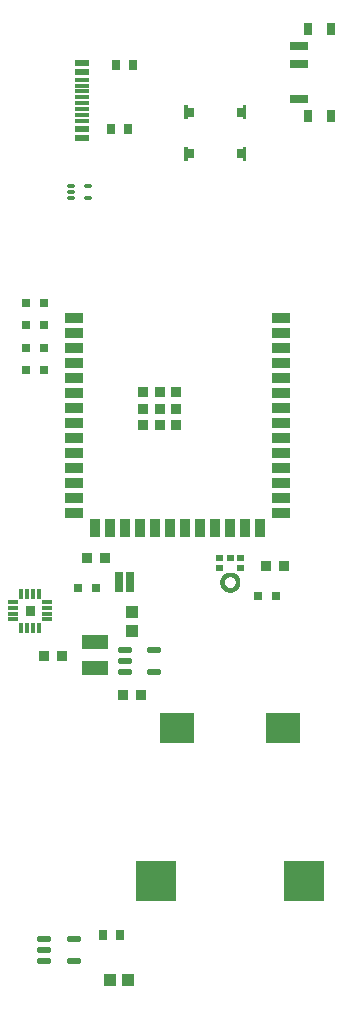
<source format=gbr>
%TF.GenerationSoftware,KiCad,Pcbnew,9.0.2*%
%TF.CreationDate,2025-07-20T12:07:01-04:00*%
%TF.ProjectId,Glasses_V0.1,476c6173-7365-4735-9f56-302e312e6b69,rev?*%
%TF.SameCoordinates,Original*%
%TF.FileFunction,Paste,Top*%
%TF.FilePolarity,Positive*%
%FSLAX46Y46*%
G04 Gerber Fmt 4.6, Leading zero omitted, Abs format (unit mm)*
G04 Created by KiCad (PCBNEW 9.0.2) date 2025-07-20 12:07:01*
%MOMM*%
%LPD*%
G01*
G04 APERTURE LIST*
G04 Aperture macros list*
%AMRoundRect*
0 Rectangle with rounded corners*
0 $1 Rounding radius*
0 $2 $3 $4 $5 $6 $7 $8 $9 X,Y pos of 4 corners*
0 Add a 4 corners polygon primitive as box body*
4,1,4,$2,$3,$4,$5,$6,$7,$8,$9,$2,$3,0*
0 Add four circle primitives for the rounded corners*
1,1,$1+$1,$2,$3*
1,1,$1+$1,$4,$5*
1,1,$1+$1,$6,$7*
1,1,$1+$1,$8,$9*
0 Add four rect primitives between the rounded corners*
20,1,$1+$1,$2,$3,$4,$5,0*
20,1,$1+$1,$4,$5,$6,$7,0*
20,1,$1+$1,$6,$7,$8,$9,0*
20,1,$1+$1,$8,$9,$2,$3,0*%
G04 Aperture macros list end*
%ADD10C,0.010000*%
%ADD11C,0.001000*%
%ADD12RoundRect,0.037500X-0.292500X-0.112500X0.292500X-0.112500X0.292500X0.112500X-0.292500X0.112500X0*%
%ADD13R,0.960000X0.970000*%
%ADD14R,0.870000X0.930000*%
%ADD15R,0.800000X0.800000*%
%ADD16R,0.650000X0.900000*%
%ADD17R,2.220000X1.240000*%
%ADD18R,0.710000X1.730000*%
%ADD19RoundRect,0.113750X-0.341250X-0.351250X0.341250X-0.351250X0.341250X0.351250X-0.341250X0.351250X0*%
%ADD20R,1.500000X0.700000*%
%ADD21R,0.800000X1.000000*%
%ADD22R,1.020000X1.040000*%
%ADD23R,1.150000X0.600000*%
%ADD24R,1.150000X0.300000*%
%ADD25RoundRect,0.033750X-0.386250X-0.101250X0.386250X-0.101250X0.386250X0.101250X-0.386250X0.101250X0*%
%ADD26RoundRect,0.033750X-0.101250X-0.386250X0.101250X-0.386250X0.101250X0.386250X-0.101250X0.386250X0*%
%ADD27R,3.500000X3.500000*%
%ADD28R,3.000000X2.500000*%
%ADD29RoundRect,0.147500X-0.457500X-0.147500X0.457500X-0.147500X0.457500X0.147500X-0.457500X0.147500X0*%
%ADD30R,1.040000X1.020000*%
%ADD31R,1.500000X0.900000*%
%ADD32R,0.900000X1.500000*%
%ADD33R,0.900000X0.900000*%
G04 APERTURE END LIST*
D10*
%TO.C,S1*%
X47155000Y-42985000D02*
X47655000Y-42985000D01*
X47655000Y-43685000D01*
X47155000Y-43685000D01*
X47155000Y-43885000D01*
X46955000Y-43885000D01*
X46955000Y-42785000D01*
X47155000Y-42785000D01*
X47155000Y-42985000D01*
G36*
X47155000Y-42985000D02*
G01*
X47655000Y-42985000D01*
X47655000Y-43685000D01*
X47155000Y-43685000D01*
X47155000Y-43885000D01*
X46955000Y-43885000D01*
X46955000Y-42785000D01*
X47155000Y-42785000D01*
X47155000Y-42985000D01*
G37*
X47155000Y-46485000D02*
X47655000Y-46485000D01*
X47655000Y-47185000D01*
X47155000Y-47185000D01*
X47155000Y-47385000D01*
X46955000Y-47385000D01*
X46955000Y-46285000D01*
X47155000Y-46285000D01*
X47155000Y-46485000D01*
G36*
X47155000Y-46485000D02*
G01*
X47655000Y-46485000D01*
X47655000Y-47185000D01*
X47155000Y-47185000D01*
X47155000Y-47385000D01*
X46955000Y-47385000D01*
X46955000Y-46285000D01*
X47155000Y-46285000D01*
X47155000Y-46485000D01*
G37*
X52105000Y-43885000D02*
X51905000Y-43885000D01*
X51905000Y-43685000D01*
X51405000Y-43685000D01*
X51405000Y-42985000D01*
X51905000Y-42985000D01*
X51905000Y-42785000D01*
X52105000Y-42785000D01*
X52105000Y-43885000D01*
G36*
X52105000Y-43885000D02*
G01*
X51905000Y-43885000D01*
X51905000Y-43685000D01*
X51405000Y-43685000D01*
X51405000Y-42985000D01*
X51905000Y-42985000D01*
X51905000Y-42785000D01*
X52105000Y-42785000D01*
X52105000Y-43885000D01*
G37*
X52105000Y-47385000D02*
X51905000Y-47385000D01*
X51905000Y-47185000D01*
X51405000Y-47185000D01*
X51405000Y-46485000D01*
X51905000Y-46485000D01*
X51905000Y-46285000D01*
X52105000Y-46285000D01*
X52105000Y-47385000D01*
G36*
X52105000Y-47385000D02*
G01*
X51905000Y-47385000D01*
X51905000Y-47185000D01*
X51405000Y-47185000D01*
X51405000Y-46485000D01*
X51905000Y-46485000D01*
X51905000Y-46285000D01*
X52105000Y-46285000D01*
X52105000Y-47385000D01*
G37*
D11*
%TO.C,MK1*%
X50150000Y-81304000D02*
X49650000Y-81304000D01*
X49650000Y-80882000D01*
X50150000Y-80882000D01*
X50150000Y-81304000D01*
G36*
X50150000Y-81304000D02*
G01*
X49650000Y-81304000D01*
X49650000Y-80882000D01*
X50150000Y-80882000D01*
X50150000Y-81304000D01*
G37*
X50150000Y-82126000D02*
X49650000Y-82126000D01*
X49650000Y-81704000D01*
X50150000Y-81704000D01*
X50150000Y-82126000D01*
G36*
X50150000Y-82126000D02*
G01*
X49650000Y-82126000D01*
X49650000Y-81704000D01*
X50150000Y-81704000D01*
X50150000Y-82126000D01*
G37*
X51050000Y-81304000D02*
X50550000Y-81304000D01*
X50550000Y-80882000D01*
X51050000Y-80882000D01*
X51050000Y-81304000D01*
G36*
X51050000Y-81304000D02*
G01*
X50550000Y-81304000D01*
X50550000Y-80882000D01*
X51050000Y-80882000D01*
X51050000Y-81304000D01*
G37*
X51950000Y-81304000D02*
X51450000Y-81304000D01*
X51450000Y-80882000D01*
X51950000Y-80882000D01*
X51950000Y-81304000D01*
G36*
X51950000Y-81304000D02*
G01*
X51450000Y-81304000D01*
X51450000Y-80882000D01*
X51950000Y-80882000D01*
X51950000Y-81304000D01*
G37*
X51950000Y-82126000D02*
X51450000Y-82126000D01*
X51450000Y-81704000D01*
X51950000Y-81704000D01*
X51950000Y-82126000D01*
G36*
X51950000Y-82126000D02*
G01*
X51450000Y-82126000D01*
X51450000Y-81704000D01*
X51950000Y-81704000D01*
X51950000Y-82126000D01*
G37*
X50750000Y-82657000D02*
X50729000Y-82659000D01*
X50705000Y-82663000D01*
X50682000Y-82668000D01*
X50659000Y-82674000D01*
X50637000Y-82681000D01*
X50614000Y-82689000D01*
X50592000Y-82698000D01*
X50571000Y-82708000D01*
X50550000Y-82719000D01*
X50530000Y-82731000D01*
X50510000Y-82744000D01*
X50490000Y-82757000D01*
X50472000Y-82772000D01*
X50454000Y-82788000D01*
X50437000Y-82804000D01*
X50421000Y-82821000D01*
X50405000Y-82839000D01*
X50390000Y-82857000D01*
X50377000Y-82877000D01*
X50364000Y-82897000D01*
X50352000Y-82917000D01*
X50341000Y-82938000D01*
X50331000Y-82959000D01*
X50322000Y-82981000D01*
X50314000Y-83004000D01*
X50307000Y-83026000D01*
X50301000Y-83049000D01*
X50296000Y-83072000D01*
X50292000Y-83096000D01*
X50290000Y-83117000D01*
X49990000Y-83117000D01*
X49993000Y-83078000D01*
X49998000Y-83040000D01*
X50005000Y-83001000D01*
X50013000Y-82963000D01*
X50024000Y-82925000D01*
X50036000Y-82887000D01*
X50051000Y-82851000D01*
X50067000Y-82815000D01*
X50084000Y-82780000D01*
X50104000Y-82746000D01*
X50125000Y-82713000D01*
X50147000Y-82680000D01*
X50172000Y-82649000D01*
X50197000Y-82620000D01*
X50224000Y-82591000D01*
X50253000Y-82564000D01*
X50282000Y-82539000D01*
X50313000Y-82514000D01*
X50346000Y-82492000D01*
X50379000Y-82471000D01*
X50413000Y-82451000D01*
X50448000Y-82434000D01*
X50484000Y-82418000D01*
X50520000Y-82403000D01*
X50558000Y-82391000D01*
X50596000Y-82380000D01*
X50634000Y-82372000D01*
X50673000Y-82365000D01*
X50711000Y-82360000D01*
X50750000Y-82357000D01*
X50750000Y-82657000D01*
G36*
X50750000Y-82657000D02*
G01*
X50729000Y-82659000D01*
X50705000Y-82663000D01*
X50682000Y-82668000D01*
X50659000Y-82674000D01*
X50637000Y-82681000D01*
X50614000Y-82689000D01*
X50592000Y-82698000D01*
X50571000Y-82708000D01*
X50550000Y-82719000D01*
X50530000Y-82731000D01*
X50510000Y-82744000D01*
X50490000Y-82757000D01*
X50472000Y-82772000D01*
X50454000Y-82788000D01*
X50437000Y-82804000D01*
X50421000Y-82821000D01*
X50405000Y-82839000D01*
X50390000Y-82857000D01*
X50377000Y-82877000D01*
X50364000Y-82897000D01*
X50352000Y-82917000D01*
X50341000Y-82938000D01*
X50331000Y-82959000D01*
X50322000Y-82981000D01*
X50314000Y-83004000D01*
X50307000Y-83026000D01*
X50301000Y-83049000D01*
X50296000Y-83072000D01*
X50292000Y-83096000D01*
X50290000Y-83117000D01*
X49990000Y-83117000D01*
X49993000Y-83078000D01*
X49998000Y-83040000D01*
X50005000Y-83001000D01*
X50013000Y-82963000D01*
X50024000Y-82925000D01*
X50036000Y-82887000D01*
X50051000Y-82851000D01*
X50067000Y-82815000D01*
X50084000Y-82780000D01*
X50104000Y-82746000D01*
X50125000Y-82713000D01*
X50147000Y-82680000D01*
X50172000Y-82649000D01*
X50197000Y-82620000D01*
X50224000Y-82591000D01*
X50253000Y-82564000D01*
X50282000Y-82539000D01*
X50313000Y-82514000D01*
X50346000Y-82492000D01*
X50379000Y-82471000D01*
X50413000Y-82451000D01*
X50448000Y-82434000D01*
X50484000Y-82418000D01*
X50520000Y-82403000D01*
X50558000Y-82391000D01*
X50596000Y-82380000D01*
X50634000Y-82372000D01*
X50673000Y-82365000D01*
X50711000Y-82360000D01*
X50750000Y-82357000D01*
X50750000Y-82657000D01*
G37*
X50292000Y-83238000D02*
X50296000Y-83262000D01*
X50301000Y-83285000D01*
X50307000Y-83308000D01*
X50314000Y-83330000D01*
X50322000Y-83353000D01*
X50331000Y-83375000D01*
X50341000Y-83396000D01*
X50352000Y-83417000D01*
X50364000Y-83437000D01*
X50377000Y-83457000D01*
X50390000Y-83477000D01*
X50405000Y-83495000D01*
X50421000Y-83513000D01*
X50437000Y-83530000D01*
X50454000Y-83546000D01*
X50472000Y-83562000D01*
X50490000Y-83577000D01*
X50510000Y-83590000D01*
X50530000Y-83603000D01*
X50550000Y-83615000D01*
X50571000Y-83626000D01*
X50592000Y-83636000D01*
X50614000Y-83645000D01*
X50637000Y-83653000D01*
X50659000Y-83660000D01*
X50682000Y-83666000D01*
X50705000Y-83671000D01*
X50729000Y-83675000D01*
X50750000Y-83677000D01*
X50750000Y-83977000D01*
X50711000Y-83974000D01*
X50673000Y-83969000D01*
X50634000Y-83962000D01*
X50596000Y-83954000D01*
X50558000Y-83943000D01*
X50520000Y-83931000D01*
X50484000Y-83916000D01*
X50448000Y-83900000D01*
X50413000Y-83883000D01*
X50379000Y-83863000D01*
X50346000Y-83842000D01*
X50313000Y-83820000D01*
X50282000Y-83795000D01*
X50253000Y-83770000D01*
X50224000Y-83743000D01*
X50197000Y-83714000D01*
X50172000Y-83685000D01*
X50147000Y-83654000D01*
X50125000Y-83621000D01*
X50104000Y-83588000D01*
X50084000Y-83554000D01*
X50067000Y-83519000D01*
X50051000Y-83483000D01*
X50036000Y-83447000D01*
X50024000Y-83409000D01*
X50013000Y-83371000D01*
X50005000Y-83333000D01*
X49998000Y-83294000D01*
X49993000Y-83256000D01*
X49990000Y-83217000D01*
X50290000Y-83217000D01*
X50292000Y-83238000D01*
G36*
X50292000Y-83238000D02*
G01*
X50296000Y-83262000D01*
X50301000Y-83285000D01*
X50307000Y-83308000D01*
X50314000Y-83330000D01*
X50322000Y-83353000D01*
X50331000Y-83375000D01*
X50341000Y-83396000D01*
X50352000Y-83417000D01*
X50364000Y-83437000D01*
X50377000Y-83457000D01*
X50390000Y-83477000D01*
X50405000Y-83495000D01*
X50421000Y-83513000D01*
X50437000Y-83530000D01*
X50454000Y-83546000D01*
X50472000Y-83562000D01*
X50490000Y-83577000D01*
X50510000Y-83590000D01*
X50530000Y-83603000D01*
X50550000Y-83615000D01*
X50571000Y-83626000D01*
X50592000Y-83636000D01*
X50614000Y-83645000D01*
X50637000Y-83653000D01*
X50659000Y-83660000D01*
X50682000Y-83666000D01*
X50705000Y-83671000D01*
X50729000Y-83675000D01*
X50750000Y-83677000D01*
X50750000Y-83977000D01*
X50711000Y-83974000D01*
X50673000Y-83969000D01*
X50634000Y-83962000D01*
X50596000Y-83954000D01*
X50558000Y-83943000D01*
X50520000Y-83931000D01*
X50484000Y-83916000D01*
X50448000Y-83900000D01*
X50413000Y-83883000D01*
X50379000Y-83863000D01*
X50346000Y-83842000D01*
X50313000Y-83820000D01*
X50282000Y-83795000D01*
X50253000Y-83770000D01*
X50224000Y-83743000D01*
X50197000Y-83714000D01*
X50172000Y-83685000D01*
X50147000Y-83654000D01*
X50125000Y-83621000D01*
X50104000Y-83588000D01*
X50084000Y-83554000D01*
X50067000Y-83519000D01*
X50051000Y-83483000D01*
X50036000Y-83447000D01*
X50024000Y-83409000D01*
X50013000Y-83371000D01*
X50005000Y-83333000D01*
X49998000Y-83294000D01*
X49993000Y-83256000D01*
X49990000Y-83217000D01*
X50290000Y-83217000D01*
X50292000Y-83238000D01*
G37*
X50889000Y-82360000D02*
X50927000Y-82365000D01*
X50966000Y-82372000D01*
X51004000Y-82380000D01*
X51042000Y-82391000D01*
X51080000Y-82403000D01*
X51116000Y-82418000D01*
X51152000Y-82434000D01*
X51187000Y-82451000D01*
X51221000Y-82471000D01*
X51254000Y-82492000D01*
X51287000Y-82514000D01*
X51318000Y-82539000D01*
X51347000Y-82564000D01*
X51376000Y-82591000D01*
X51403000Y-82620000D01*
X51428000Y-82649000D01*
X51453000Y-82680000D01*
X51475000Y-82713000D01*
X51496000Y-82746000D01*
X51516000Y-82780000D01*
X51533000Y-82815000D01*
X51549000Y-82851000D01*
X51564000Y-82887000D01*
X51576000Y-82925000D01*
X51587000Y-82963000D01*
X51595000Y-83001000D01*
X51602000Y-83040000D01*
X51607000Y-83078000D01*
X51610000Y-83117000D01*
X51310000Y-83117000D01*
X51308000Y-83096000D01*
X51304000Y-83072000D01*
X51299000Y-83049000D01*
X51293000Y-83026000D01*
X51286000Y-83004000D01*
X51278000Y-82981000D01*
X51269000Y-82959000D01*
X51259000Y-82938000D01*
X51248000Y-82917000D01*
X51236000Y-82897000D01*
X51223000Y-82877000D01*
X51210000Y-82857000D01*
X51195000Y-82839000D01*
X51179000Y-82821000D01*
X51163000Y-82804000D01*
X51146000Y-82788000D01*
X51128000Y-82772000D01*
X51110000Y-82757000D01*
X51090000Y-82744000D01*
X51070000Y-82731000D01*
X51050000Y-82719000D01*
X51029000Y-82708000D01*
X51008000Y-82698000D01*
X50986000Y-82689000D01*
X50963000Y-82681000D01*
X50941000Y-82674000D01*
X50918000Y-82668000D01*
X50895000Y-82663000D01*
X50871000Y-82659000D01*
X50850000Y-82657000D01*
X50850000Y-82357000D01*
X50889000Y-82360000D01*
G36*
X50889000Y-82360000D02*
G01*
X50927000Y-82365000D01*
X50966000Y-82372000D01*
X51004000Y-82380000D01*
X51042000Y-82391000D01*
X51080000Y-82403000D01*
X51116000Y-82418000D01*
X51152000Y-82434000D01*
X51187000Y-82451000D01*
X51221000Y-82471000D01*
X51254000Y-82492000D01*
X51287000Y-82514000D01*
X51318000Y-82539000D01*
X51347000Y-82564000D01*
X51376000Y-82591000D01*
X51403000Y-82620000D01*
X51428000Y-82649000D01*
X51453000Y-82680000D01*
X51475000Y-82713000D01*
X51496000Y-82746000D01*
X51516000Y-82780000D01*
X51533000Y-82815000D01*
X51549000Y-82851000D01*
X51564000Y-82887000D01*
X51576000Y-82925000D01*
X51587000Y-82963000D01*
X51595000Y-83001000D01*
X51602000Y-83040000D01*
X51607000Y-83078000D01*
X51610000Y-83117000D01*
X51310000Y-83117000D01*
X51308000Y-83096000D01*
X51304000Y-83072000D01*
X51299000Y-83049000D01*
X51293000Y-83026000D01*
X51286000Y-83004000D01*
X51278000Y-82981000D01*
X51269000Y-82959000D01*
X51259000Y-82938000D01*
X51248000Y-82917000D01*
X51236000Y-82897000D01*
X51223000Y-82877000D01*
X51210000Y-82857000D01*
X51195000Y-82839000D01*
X51179000Y-82821000D01*
X51163000Y-82804000D01*
X51146000Y-82788000D01*
X51128000Y-82772000D01*
X51110000Y-82757000D01*
X51090000Y-82744000D01*
X51070000Y-82731000D01*
X51050000Y-82719000D01*
X51029000Y-82708000D01*
X51008000Y-82698000D01*
X50986000Y-82689000D01*
X50963000Y-82681000D01*
X50941000Y-82674000D01*
X50918000Y-82668000D01*
X50895000Y-82663000D01*
X50871000Y-82659000D01*
X50850000Y-82657000D01*
X50850000Y-82357000D01*
X50889000Y-82360000D01*
G37*
X51607000Y-83256000D02*
X51602000Y-83294000D01*
X51595000Y-83333000D01*
X51587000Y-83371000D01*
X51576000Y-83409000D01*
X51564000Y-83447000D01*
X51549000Y-83483000D01*
X51533000Y-83519000D01*
X51516000Y-83554000D01*
X51496000Y-83588000D01*
X51475000Y-83621000D01*
X51453000Y-83654000D01*
X51428000Y-83685000D01*
X51403000Y-83714000D01*
X51376000Y-83743000D01*
X51347000Y-83770000D01*
X51318000Y-83795000D01*
X51287000Y-83820000D01*
X51254000Y-83842000D01*
X51221000Y-83863000D01*
X51187000Y-83883000D01*
X51152000Y-83900000D01*
X51116000Y-83916000D01*
X51080000Y-83931000D01*
X51042000Y-83943000D01*
X51004000Y-83954000D01*
X50966000Y-83962000D01*
X50927000Y-83969000D01*
X50889000Y-83974000D01*
X50850000Y-83977000D01*
X50850000Y-83677000D01*
X50871000Y-83675000D01*
X50895000Y-83671000D01*
X50918000Y-83666000D01*
X50941000Y-83660000D01*
X50963000Y-83653000D01*
X50986000Y-83645000D01*
X51008000Y-83636000D01*
X51029000Y-83626000D01*
X51050000Y-83615000D01*
X51070000Y-83603000D01*
X51090000Y-83590000D01*
X51110000Y-83577000D01*
X51128000Y-83562000D01*
X51146000Y-83546000D01*
X51163000Y-83530000D01*
X51179000Y-83513000D01*
X51195000Y-83495000D01*
X51210000Y-83477000D01*
X51223000Y-83457000D01*
X51236000Y-83437000D01*
X51248000Y-83417000D01*
X51259000Y-83396000D01*
X51269000Y-83375000D01*
X51278000Y-83353000D01*
X51286000Y-83330000D01*
X51293000Y-83308000D01*
X51299000Y-83285000D01*
X51304000Y-83262000D01*
X51308000Y-83238000D01*
X51310000Y-83217000D01*
X51610000Y-83217000D01*
X51607000Y-83256000D01*
G36*
X51607000Y-83256000D02*
G01*
X51602000Y-83294000D01*
X51595000Y-83333000D01*
X51587000Y-83371000D01*
X51576000Y-83409000D01*
X51564000Y-83447000D01*
X51549000Y-83483000D01*
X51533000Y-83519000D01*
X51516000Y-83554000D01*
X51496000Y-83588000D01*
X51475000Y-83621000D01*
X51453000Y-83654000D01*
X51428000Y-83685000D01*
X51403000Y-83714000D01*
X51376000Y-83743000D01*
X51347000Y-83770000D01*
X51318000Y-83795000D01*
X51287000Y-83820000D01*
X51254000Y-83842000D01*
X51221000Y-83863000D01*
X51187000Y-83883000D01*
X51152000Y-83900000D01*
X51116000Y-83916000D01*
X51080000Y-83931000D01*
X51042000Y-83943000D01*
X51004000Y-83954000D01*
X50966000Y-83962000D01*
X50927000Y-83969000D01*
X50889000Y-83974000D01*
X50850000Y-83977000D01*
X50850000Y-83677000D01*
X50871000Y-83675000D01*
X50895000Y-83671000D01*
X50918000Y-83666000D01*
X50941000Y-83660000D01*
X50963000Y-83653000D01*
X50986000Y-83645000D01*
X51008000Y-83636000D01*
X51029000Y-83626000D01*
X51050000Y-83615000D01*
X51070000Y-83603000D01*
X51090000Y-83590000D01*
X51110000Y-83577000D01*
X51128000Y-83562000D01*
X51146000Y-83546000D01*
X51163000Y-83530000D01*
X51179000Y-83513000D01*
X51195000Y-83495000D01*
X51210000Y-83477000D01*
X51223000Y-83457000D01*
X51236000Y-83437000D01*
X51248000Y-83417000D01*
X51259000Y-83396000D01*
X51269000Y-83375000D01*
X51278000Y-83353000D01*
X51286000Y-83330000D01*
X51293000Y-83308000D01*
X51299000Y-83285000D01*
X51304000Y-83262000D01*
X51308000Y-83238000D01*
X51310000Y-83217000D01*
X51610000Y-83217000D01*
X51607000Y-83256000D01*
G37*
D10*
%TO.C,U3*%
X34241135Y-85923865D02*
X33541135Y-85923865D01*
X33541135Y-85223865D01*
X34241135Y-85223865D01*
X34241135Y-85923865D01*
G36*
X34241135Y-85923865D02*
G01*
X33541135Y-85923865D01*
X33541135Y-85223865D01*
X34241135Y-85223865D01*
X34241135Y-85923865D01*
G37*
%TD*%
D12*
%TO.C,U1*%
X37330000Y-49665000D03*
X37330000Y-50165000D03*
X37330000Y-50665000D03*
X38800000Y-50665000D03*
X38800000Y-49665000D03*
%TD*%
D13*
%TO.C,C8*%
X43300000Y-92710000D03*
X41790000Y-92710000D03*
%TD*%
D14*
%TO.C,R5*%
X53830000Y-81819000D03*
X55390000Y-81819000D03*
%TD*%
D15*
%TO.C,C2*%
X33565000Y-59510000D03*
X35065000Y-59510000D03*
%TD*%
D16*
%TO.C,R3*%
X40715000Y-44820000D03*
X42165000Y-44820000D03*
%TD*%
D17*
%TO.C,L1*%
X39370000Y-90445000D03*
X39370000Y-88265000D03*
%TD*%
D18*
%TO.C,R7*%
X41450000Y-83185000D03*
X42370000Y-83185000D03*
%TD*%
D19*
%TO.C,D2*%
X40270000Y-81100000D03*
X38750000Y-81100000D03*
%TD*%
D15*
%TO.C,C6*%
X53225000Y-84359000D03*
X54725000Y-84359000D03*
%TD*%
D20*
%TO.C,U4*%
X56670000Y-42255000D03*
X56670000Y-39255000D03*
X56670000Y-37755000D03*
D21*
X57455000Y-43655000D03*
X59385000Y-43655000D03*
X59385000Y-36355000D03*
X57455000Y-36355000D03*
%TD*%
D22*
%TO.C,C7*%
X42545000Y-85725000D03*
X42545000Y-87293000D03*
%TD*%
D15*
%TO.C,C4*%
X33565000Y-63320000D03*
X35065000Y-63320000D03*
%TD*%
D23*
%TO.C,J2*%
X38295000Y-39168250D03*
X38295000Y-39968250D03*
D24*
X38295000Y-41118250D03*
X38295000Y-42118250D03*
X38295000Y-42618250D03*
X38295000Y-43618250D03*
D23*
X38295000Y-45568250D03*
X38295000Y-44768250D03*
D24*
X38295000Y-44118250D03*
X38295000Y-43118250D03*
X38295000Y-41618250D03*
X38295000Y-40618250D03*
%TD*%
D15*
%TO.C,1uCapacitor1*%
X37985000Y-83655000D03*
X39485000Y-83655000D03*
%TD*%
%TO.C,C3*%
X33565000Y-61415000D03*
X35065000Y-61415000D03*
%TD*%
D25*
%TO.C,U3*%
X32456135Y-84823865D03*
X32456135Y-85323865D03*
X32456135Y-85823865D03*
X32456135Y-86323865D03*
D26*
X33141135Y-87008865D03*
X33641135Y-87008865D03*
X34141135Y-87008865D03*
X34641135Y-87008865D03*
D25*
X35326135Y-86323865D03*
X35326135Y-85823865D03*
X35326135Y-85323865D03*
X35326135Y-84823865D03*
D26*
X34641135Y-84138865D03*
X34141135Y-84138865D03*
X33641135Y-84138865D03*
X33141135Y-84138865D03*
%TD*%
D27*
%TO.C,LS1*%
X57050000Y-108485000D03*
X44550000Y-108485000D03*
D28*
X46300000Y-95485000D03*
X55300000Y-95485000D03*
%TD*%
D15*
%TO.C,C5*%
X33565000Y-65225000D03*
X35065000Y-65225000D03*
%TD*%
D13*
%TO.C,10ucapaitor1*%
X35041135Y-89383865D03*
X36551135Y-89383865D03*
%TD*%
D16*
%TO.C,R1*%
X41185000Y-39370000D03*
X42635000Y-39370000D03*
%TD*%
%TO.C,R2*%
X40064000Y-113030000D03*
X41514000Y-113030000D03*
%TD*%
D29*
%TO.C,U5*%
X41910000Y-88900000D03*
X41910000Y-89850000D03*
X41910000Y-90800000D03*
X44420000Y-90800000D03*
X44420000Y-88900000D03*
%TD*%
%TO.C,U2*%
X35089000Y-113350000D03*
X35089000Y-114300000D03*
X35089000Y-115250000D03*
X37599000Y-115250000D03*
X37599000Y-113350000D03*
%TD*%
D30*
%TO.C,C1*%
X40640000Y-116840000D03*
X42208000Y-116840000D03*
%TD*%
D31*
%TO.C,X1*%
X37605000Y-60780000D03*
X37605000Y-62050000D03*
X37605000Y-63320000D03*
X37605000Y-64590000D03*
X37605000Y-65860000D03*
X37605000Y-67130000D03*
X37605000Y-68400000D03*
X37605000Y-69670000D03*
X37605000Y-70940000D03*
X37605000Y-72210000D03*
X37605000Y-73480000D03*
X37605000Y-74750000D03*
X37605000Y-76020000D03*
X37605000Y-77290000D03*
D32*
X39370000Y-78540000D03*
X40640000Y-78540000D03*
X41910000Y-78540000D03*
X43180000Y-78540000D03*
X44450000Y-78540000D03*
X45720000Y-78540000D03*
X46990000Y-78540000D03*
X48260000Y-78540000D03*
X49530000Y-78540000D03*
X50800000Y-78540000D03*
X52070000Y-78540000D03*
X53340000Y-78540000D03*
D31*
X55105000Y-77290000D03*
X55105000Y-76020000D03*
X55105000Y-74750000D03*
X55105000Y-73480000D03*
X55105000Y-72210000D03*
X55105000Y-70940000D03*
X55105000Y-69670000D03*
X55105000Y-68400000D03*
X55105000Y-67130000D03*
X55105000Y-65860000D03*
X55105000Y-64590000D03*
X55105000Y-63320000D03*
X55105000Y-62050000D03*
X55105000Y-60780000D03*
D33*
X44855000Y-68500000D03*
X44855000Y-67100000D03*
X43455000Y-67100000D03*
X43455000Y-68500000D03*
X43455000Y-69900000D03*
X44855000Y-69900000D03*
X46255000Y-69900000D03*
X46255000Y-68500000D03*
X46255000Y-67100000D03*
%TD*%
M02*

</source>
